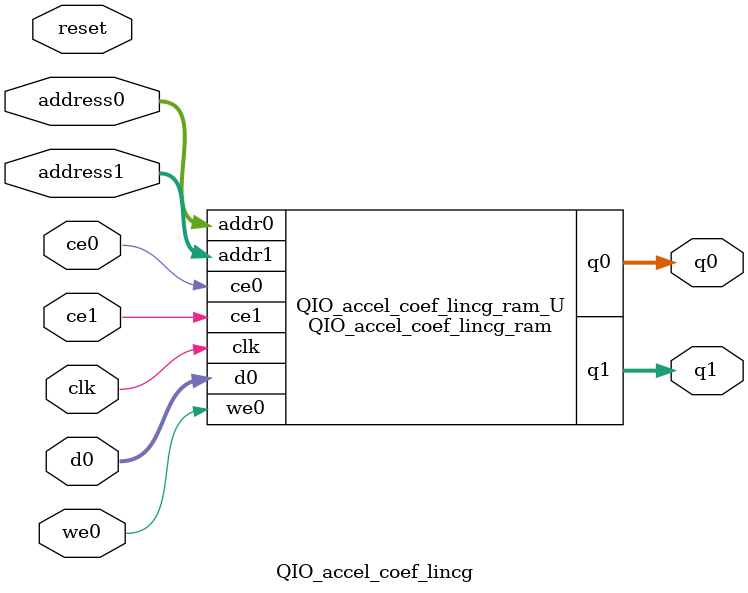
<source format=v>
`timescale 1 ns / 1 ps
module QIO_accel_coef_lincg_ram (addr0, ce0, d0, we0, q0, addr1, ce1, q1,  clk);

parameter DWIDTH = 32;
parameter AWIDTH = 15;
parameter MEM_SIZE = 32768;

input[AWIDTH-1:0] addr0;
input ce0;
input[DWIDTH-1:0] d0;
input we0;
output reg[DWIDTH-1:0] q0;
input[AWIDTH-1:0] addr1;
input ce1;
output reg[DWIDTH-1:0] q1;
input clk;

(* ram_style = "block" *)reg [DWIDTH-1:0] ram[0:MEM_SIZE-1];




always @(posedge clk)  
begin 
    if (ce0) begin
        if (we0) 
            ram[addr0] <= d0; 
        q0 <= ram[addr0];
    end
end


always @(posedge clk)  
begin 
    if (ce1) begin
        q1 <= ram[addr1];
    end
end


endmodule

`timescale 1 ns / 1 ps
module QIO_accel_coef_lincg(
    reset,
    clk,
    address0,
    ce0,
    we0,
    d0,
    q0,
    address1,
    ce1,
    q1);

parameter DataWidth = 32'd32;
parameter AddressRange = 32'd32768;
parameter AddressWidth = 32'd15;
input reset;
input clk;
input[AddressWidth - 1:0] address0;
input ce0;
input we0;
input[DataWidth - 1:0] d0;
output[DataWidth - 1:0] q0;
input[AddressWidth - 1:0] address1;
input ce1;
output[DataWidth - 1:0] q1;



QIO_accel_coef_lincg_ram QIO_accel_coef_lincg_ram_U(
    .clk( clk ),
    .addr0( address0 ),
    .ce0( ce0 ),
    .we0( we0 ),
    .d0( d0 ),
    .q0( q0 ),
    .addr1( address1 ),
    .ce1( ce1 ),
    .q1( q1 ));

endmodule


</source>
